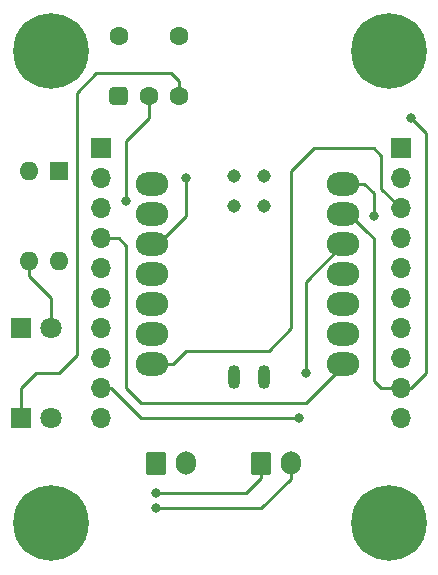
<source format=gbr>
%TF.GenerationSoftware,KiCad,Pcbnew,(5.1.9)-1*%
%TF.CreationDate,2022-08-15T05:54:51+09:00*%
%TF.ProjectId,Receiver,52656365-6976-4657-922e-6b696361645f,rev?*%
%TF.SameCoordinates,Original*%
%TF.FileFunction,Copper,L1,Top*%
%TF.FilePolarity,Positive*%
%FSLAX46Y46*%
G04 Gerber Fmt 4.6, Leading zero omitted, Abs format (unit mm)*
G04 Created by KiCad (PCBNEW (5.1.9)-1) date 2022-08-15 05:54:51*
%MOMM*%
%LPD*%
G01*
G04 APERTURE LIST*
%TA.AperFunction,ComponentPad*%
%ADD10R,1.700000X1.700000*%
%TD*%
%TA.AperFunction,ComponentPad*%
%ADD11O,1.700000X1.700000*%
%TD*%
%TA.AperFunction,ComponentPad*%
%ADD12O,1.700000X2.000000*%
%TD*%
%TA.AperFunction,ComponentPad*%
%ADD13R,1.600000X1.600000*%
%TD*%
%TA.AperFunction,ComponentPad*%
%ADD14O,1.600000X1.600000*%
%TD*%
%TA.AperFunction,ComponentPad*%
%ADD15R,1.800000X1.800000*%
%TD*%
%TA.AperFunction,ComponentPad*%
%ADD16C,1.800000*%
%TD*%
%TA.AperFunction,SMDPad,CuDef*%
%ADD17O,2.748280X1.998980*%
%TD*%
%TA.AperFunction,SMDPad,CuDef*%
%ADD18O,1.016000X2.032000*%
%TD*%
%TA.AperFunction,SMDPad,CuDef*%
%ADD19C,1.143000*%
%TD*%
%TA.AperFunction,ComponentPad*%
%ADD20C,6.400000*%
%TD*%
%TA.AperFunction,ComponentPad*%
%ADD21C,0.800000*%
%TD*%
%TA.AperFunction,ComponentPad*%
%ADD22C,1.600000*%
%TD*%
%TA.AperFunction,ViaPad*%
%ADD23C,0.800000*%
%TD*%
%TA.AperFunction,Conductor*%
%ADD24C,0.250000*%
%TD*%
G04 APERTURE END LIST*
D10*
%TO.P,J3,1*%
%TO.N,N/C*%
X89280000Y-116840000D03*
D11*
%TO.P,J3,2*%
X89280000Y-119380000D03*
%TO.P,J3,3*%
X89280000Y-121920000D03*
%TO.P,J3,4*%
%TO.N,RX*%
X89280000Y-124460000D03*
%TO.P,J3,5*%
%TO.N,N/C*%
X89280000Y-127000000D03*
%TO.P,J3,6*%
X89280000Y-129540000D03*
%TO.P,J3,7*%
X89280000Y-132080000D03*
%TO.P,J3,8*%
X89280000Y-134620000D03*
%TO.P,J3,9*%
%TO.N,+3V3*%
X89280000Y-137160000D03*
%TO.P,J3,10*%
%TO.N,N/C*%
X89280000Y-139700000D03*
%TD*%
%TO.P,J4,10*%
%TO.N,N/C*%
X114680000Y-139700000D03*
%TO.P,J4,9*%
%TO.N,GND*%
X114680000Y-137160000D03*
%TO.P,J4,8*%
%TO.N,N/C*%
X114680000Y-134620000D03*
%TO.P,J4,7*%
X114680000Y-132080000D03*
%TO.P,J4,6*%
X114680000Y-129540000D03*
%TO.P,J4,5*%
X114680000Y-127000000D03*
%TO.P,J4,4*%
X114680000Y-124460000D03*
%TO.P,J4,3*%
%TO.N,TX*%
X114680000Y-121920000D03*
%TO.P,J4,2*%
%TO.N,N/C*%
X114680000Y-119380000D03*
D10*
%TO.P,J4,1*%
X114680000Y-116840000D03*
%TD*%
%TO.P,J5,1*%
%TO.N,+5V*%
%TA.AperFunction,ComponentPad*%
G36*
G01*
X93130000Y-144260000D02*
X93130000Y-142760000D01*
G75*
G02*
X93380000Y-142510000I250000J0D01*
G01*
X94580000Y-142510000D01*
G75*
G02*
X94830000Y-142760000I0J-250000D01*
G01*
X94830000Y-144260000D01*
G75*
G02*
X94580000Y-144510000I-250000J0D01*
G01*
X93380000Y-144510000D01*
G75*
G02*
X93130000Y-144260000I0J250000D01*
G01*
G37*
%TD.AperFunction*%
D12*
%TO.P,J5,2*%
%TO.N,GND*%
X96480000Y-143510000D03*
%TD*%
%TO.P,J6,1*%
%TO.N,Net-(J6-Pad1)*%
%TA.AperFunction,ComponentPad*%
G36*
G01*
X102020000Y-144260000D02*
X102020000Y-142760000D01*
G75*
G02*
X102270000Y-142510000I250000J0D01*
G01*
X103470000Y-142510000D01*
G75*
G02*
X103720000Y-142760000I0J-250000D01*
G01*
X103720000Y-144260000D01*
G75*
G02*
X103470000Y-144510000I-250000J0D01*
G01*
X102270000Y-144510000D01*
G75*
G02*
X102020000Y-144260000I0J250000D01*
G01*
G37*
%TD.AperFunction*%
%TO.P,J6,2*%
%TO.N,Net-(D2-Pad2)*%
X105370000Y-143510000D03*
%TD*%
D13*
%TO.P,U1,1*%
%TO.N,Out1*%
X85725000Y-118745000D03*
D14*
%TO.P,U1,3*%
%TO.N,Net-(D1-Pad2)*%
X83185000Y-126365000D03*
%TO.P,U1,2*%
%TO.N,GND*%
X83185000Y-118745000D03*
%TO.P,U1,4*%
%TO.N,Net-(D2-Pad2)*%
X85725000Y-126365000D03*
%TD*%
D15*
%TO.P,D1,1*%
%TO.N,Net-(D1-Pad1)*%
X82550000Y-132080000D03*
D16*
%TO.P,D1,2*%
%TO.N,Net-(D1-Pad2)*%
X85090000Y-132080000D03*
%TD*%
%TO.P,D2,2*%
%TO.N,Net-(D2-Pad2)*%
X85090000Y-139700000D03*
D15*
%TO.P,D2,1*%
%TO.N,Net-(D2-Pad1)*%
X82550000Y-139700000D03*
%TD*%
D17*
%TO.P,U2,14*%
%TO.N,+5V*%
X109837680Y-119867180D03*
%TO.P,U2,13*%
%TO.N,GND*%
X109837680Y-122407180D03*
%TO.P,U2,12*%
%TO.N,+3V3*%
X109837680Y-124947180D03*
%TO.P,U2,11*%
%TO.N,N/C*%
X109837680Y-127487180D03*
%TO.P,U2,10*%
X109837680Y-130027180D03*
%TO.P,U2,9*%
X109837680Y-132567180D03*
%TO.P,U2,8*%
%TO.N,RX*%
X109837680Y-135107180D03*
%TO.P,U2,7*%
%TO.N,TX*%
X93673120Y-135107180D03*
%TO.P,U2,6*%
%TO.N,N/C*%
X93673120Y-132567180D03*
%TO.P,U2,5*%
X93673120Y-130027180D03*
%TO.P,U2,4*%
X93673120Y-127487180D03*
%TO.P,U2,3*%
%TO.N,Out1*%
X93673120Y-124947180D03*
%TO.P,U2,2*%
%TO.N,N/C*%
X93673120Y-122407180D03*
%TO.P,U2,1*%
X93673120Y-119867180D03*
D18*
%TO.P,U2,15*%
X100540000Y-136185000D03*
%TO.P,U2,16*%
X103090000Y-136185000D03*
D19*
%TO.P,U2,17*%
X100538803Y-119180813D03*
%TO.P,U2,18*%
X103078803Y-119180813D03*
%TO.P,U2,19*%
X100538803Y-121720813D03*
%TO.P,U2,20*%
X103078803Y-121720813D03*
%TD*%
D20*
%TO.P,H1,1*%
%TO.N,N/C*%
X85090000Y-108585000D03*
D21*
X87490000Y-108585000D03*
X86787056Y-110282056D03*
X85090000Y-110985000D03*
X83392944Y-110282056D03*
X82690000Y-108585000D03*
X83392944Y-106887944D03*
X85090000Y-106185000D03*
X86787056Y-106887944D03*
%TD*%
%TO.P,H2,1*%
%TO.N,N/C*%
X86787056Y-146892944D03*
X85090000Y-146190000D03*
X83392944Y-146892944D03*
X82690000Y-148590000D03*
X83392944Y-150287056D03*
X85090000Y-150990000D03*
X86787056Y-150287056D03*
X87490000Y-148590000D03*
D20*
X85090000Y-148590000D03*
%TD*%
%TO.P,H3,1*%
%TO.N,N/C*%
X113665000Y-148590000D03*
D21*
X116065000Y-148590000D03*
X115362056Y-150287056D03*
X113665000Y-150990000D03*
X111967944Y-150287056D03*
X111265000Y-148590000D03*
X111967944Y-146892944D03*
X113665000Y-146190000D03*
X115362056Y-146892944D03*
%TD*%
%TO.P,H4,1*%
%TO.N,N/C*%
X115362056Y-106887944D03*
X113665000Y-106185000D03*
X111967944Y-106887944D03*
X111265000Y-108585000D03*
X111967944Y-110282056D03*
X113665000Y-110985000D03*
X115362056Y-110282056D03*
X116065000Y-108585000D03*
D20*
X113665000Y-108585000D03*
%TD*%
D22*
%TO.P,SW1,*%
%TO.N,*%
X95885000Y-107315000D03*
X90805000Y-107315000D03*
%TO.P,SW1,1*%
%TO.N,Net-(D1-Pad1)*%
%TA.AperFunction,ComponentPad*%
G36*
G01*
X90405000Y-111595000D02*
X91205000Y-111595000D01*
G75*
G02*
X91605000Y-111995000I0J-400000D01*
G01*
X91605000Y-112795000D01*
G75*
G02*
X91205000Y-113195000I-400000J0D01*
G01*
X90405000Y-113195000D01*
G75*
G02*
X90005000Y-112795000I0J400000D01*
G01*
X90005000Y-111995000D01*
G75*
G02*
X90405000Y-111595000I400000J0D01*
G01*
G37*
%TD.AperFunction*%
%TO.P,SW1,2*%
%TO.N,Net-(J6-Pad1)*%
X93345000Y-112395000D03*
%TO.P,SW1,3*%
%TO.N,Net-(D2-Pad1)*%
X95885000Y-112395000D03*
%TD*%
D23*
%TO.N,GND*%
X115570000Y-114300000D03*
%TO.N,Net-(D2-Pad2)*%
X93980000Y-147320000D03*
%TO.N,+5V*%
X112395000Y-122555000D03*
%TO.N,Net-(J6-Pad1)*%
X93980000Y-146050000D03*
X91440000Y-121285000D03*
%TO.N,+3V3*%
X106680000Y-135890000D03*
X106045000Y-139700000D03*
%TO.N,Out1*%
X96520000Y-119380000D03*
%TD*%
D24*
%TO.N,Net-(D1-Pad2)*%
X83185000Y-126365000D02*
X83185000Y-127635000D01*
X85090000Y-129540000D02*
X85090000Y-132080000D01*
X83185000Y-127635000D02*
X85090000Y-129540000D01*
%TO.N,Net-(D2-Pad1)*%
X95250000Y-110490000D02*
X95885000Y-111125000D01*
X95885000Y-111125000D02*
X95885000Y-112395000D01*
X88900000Y-110490000D02*
X95250000Y-110490000D01*
X87249000Y-112141000D02*
X88900000Y-110490000D01*
X82550000Y-137160000D02*
X82550000Y-139700000D01*
X83820000Y-135890000D02*
X82550000Y-137160000D01*
X85725000Y-135890000D02*
X83820000Y-135890000D01*
X87249000Y-134366000D02*
X85725000Y-135890000D01*
X87249000Y-112141000D02*
X87249000Y-134366000D01*
%TO.N,GND*%
X109837680Y-122407180D02*
X110342180Y-122407180D01*
X110342180Y-122407180D02*
X111760000Y-123825000D01*
X111760000Y-123825000D02*
X112395000Y-124460000D01*
X116840000Y-115570000D02*
X115570000Y-114300000D01*
X115570000Y-137160000D02*
X116840000Y-135890000D01*
X116840000Y-135890000D02*
X116840000Y-115570000D01*
X114680000Y-137160000D02*
X115570000Y-137160000D01*
X114680000Y-137160000D02*
X113030000Y-137160000D01*
X112395000Y-136525000D02*
X112395000Y-127000000D01*
X113030000Y-137160000D02*
X112395000Y-136525000D01*
X112395000Y-127000000D02*
X112395000Y-127635000D01*
X112395000Y-124460000D02*
X112395000Y-127000000D01*
%TO.N,Net-(D2-Pad2)*%
X105370000Y-143510000D02*
X105370000Y-144820000D01*
X105370000Y-144820000D02*
X102870000Y-147320000D01*
X102870000Y-147320000D02*
X93980000Y-147320000D01*
%TO.N,+5V*%
X109837680Y-119867180D02*
X111612180Y-119867180D01*
X111612180Y-119867180D02*
X112395000Y-120650000D01*
X112395000Y-120650000D02*
X112395000Y-122555000D01*
%TO.N,Net-(J6-Pad1)*%
X93980000Y-146050000D02*
X101600000Y-146050000D01*
X101600000Y-146050000D02*
X102870000Y-144780000D01*
X102870000Y-144780000D02*
X102870000Y-143510000D01*
X91440000Y-116205000D02*
X93345000Y-114300000D01*
X93345000Y-114300000D02*
X93345000Y-112395000D01*
X91440000Y-121285000D02*
X91440000Y-116205000D01*
%TO.N,RX*%
X106680000Y-138430000D02*
X92710000Y-138430000D01*
X92710000Y-138430000D02*
X91440000Y-137160000D01*
X109837680Y-135272320D02*
X106680000Y-138430000D01*
X109837680Y-135107180D02*
X109837680Y-135272320D01*
X91440000Y-137160000D02*
X91440000Y-125095000D01*
X90805000Y-124460000D02*
X89280000Y-124460000D01*
X91440000Y-125095000D02*
X90805000Y-124460000D01*
%TO.N,+3V3*%
X109837680Y-124947180D02*
X106680000Y-128104860D01*
X106680000Y-128104860D02*
X106680000Y-135890000D01*
X89280000Y-137160000D02*
X90170000Y-137160000D01*
X90170000Y-137160000D02*
X92710000Y-139700000D01*
X92710000Y-139700000D02*
X104049999Y-139700000D01*
X104049999Y-139700000D02*
X106045000Y-139700000D01*
X106045000Y-139700000D02*
X106045000Y-139700000D01*
%TO.N,TX*%
X103505000Y-133985000D02*
X96520000Y-133985000D01*
X105410000Y-132080000D02*
X103505000Y-133985000D01*
X107315000Y-116840000D02*
X105410000Y-118745000D01*
X95397820Y-135107180D02*
X93673120Y-135107180D01*
X112395000Y-116840000D02*
X107315000Y-116840000D01*
X105410000Y-118745000D02*
X105410000Y-132080000D01*
X113030000Y-117475000D02*
X112395000Y-116840000D01*
X113030000Y-120270000D02*
X113030000Y-117475000D01*
X96520000Y-133985000D02*
X95397820Y-135107180D01*
X114680000Y-121920000D02*
X113030000Y-120270000D01*
%TO.N,Out1*%
X93673120Y-124947180D02*
X94127820Y-124947180D01*
X94127820Y-124947180D02*
X96520000Y-122555000D01*
X96520000Y-122555000D02*
X96520000Y-119380000D01*
%TD*%
M02*

</source>
